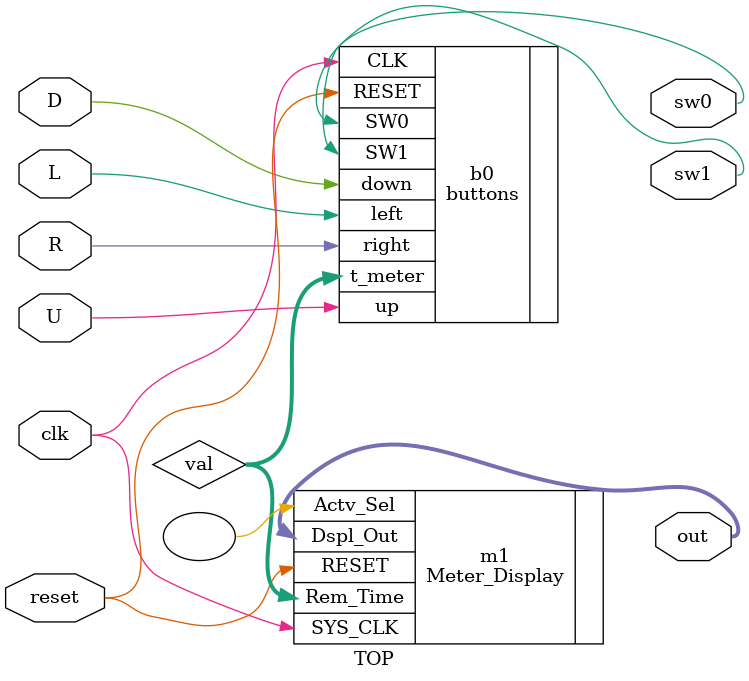
<source format=v>
`timescale 1ns / 1ps

module TOP(input clk,
           input reset,
           input U, input D, input L, input R,
           output[6:0] out,
           output sw0,
           output sw1
    );
    
    wire [15:0] val;
    
    buttons b0(.CLK(clk), .RESET(reset), .up(U), .down(D), .left(L), .right(R), 
               .SW0(sw0), .SW1(sw1), .t_meter(val));
    //Binary_to_BCD b1(.SYS_CLK(clk), .RESET(reset), .In_Bin16(val), .Out_BCD16(bcd16));
    Meter_Display m1(.SYS_CLK(clk), .RESET(reset), .Rem_Time(val), .Actv_Sel(), .Dspl_Out(out));
    
endmodule

</source>
